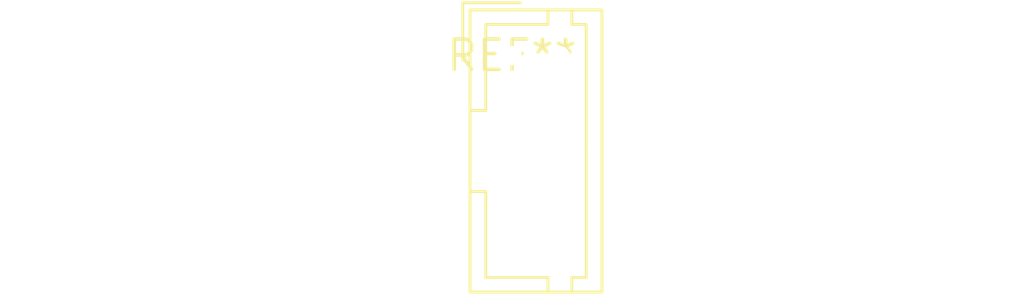
<source format=kicad_pcb>
(kicad_pcb (version 20240108) (generator pcbnew)
  (layers (0 "F.Cu" signal) (31 "B.Cu" signal) (34 "B.Paste" user) (35 "F.Paste" user) (36 "B.SilkS" user "B.Silkscreen") (37 "F.SilkS" user "F.Silkscreen") (38 "B.Mask" user) (39 "F.Mask" user) (44 "Edge.Cuts" user))
  (net 0 "")
  (footprint "JAE_LY20-10P-DT1_2x05_P2.00mm_Vertical" (layer "F.Cu") (at 0 0)
    (property "Reference" "REF**")
    (property "Value" "JAE_LY20-10P-DT1_2x05_P2.00mm_Vertical")
    (fp_line (start -2.06 -2.21) (end -2.06 0.2) (layer "F.SilkS") (stroke (width 0.12)))
    (fp_line (start -1.76 -1.91) (end -1.76 9.91) (layer "F.SilkS") (stroke (width 0.12)))
    (fp_line (start -1.76 9.91) (end 3.76 9.91) (layer "F.SilkS") (stroke (width 0.12)))
    (fp_line (start -1.1 -1.3) (end -1.1 2.3) (layer "F.SilkS") (stroke (width 0.12)))
    (fp_line (start -1.1 2.3) (end -1.76 2.3) (layer "F.SilkS") (stroke (width 0.12)))
    (fp_line (start -1.1 5.7) (end -1.76 5.7) (layer "F.SilkS") (stroke (width 0.12)))
    (fp_line (start -1.1 9.3) (end -1.1 5.7) (layer "F.SilkS") (stroke (width 0.12)))
    (fp_line (start 0.35 -2.21) (end -2.06 -2.21) (layer "F.SilkS") (stroke (width 0.12)))
    (fp_line (start 1.5 -1.91) (end 1.5 -1.3) (layer "F.SilkS") (stroke (width 0.12)))
    (fp_line (start 1.5 -1.3) (end -1.1 -1.3) (layer "F.SilkS") (stroke (width 0.12)))
    (fp_line (start 1.5 9.3) (end -1.1 9.3) (layer "F.SilkS") (stroke (width 0.12)))
    (fp_line (start 1.5 9.91) (end 1.5 9.3) (layer "F.SilkS") (stroke (width 0.12)))
    (fp_line (start 2.5 -1.91) (end 2.5 -1.3) (layer "F.SilkS") (stroke (width 0.12)))
    (fp_line (start 2.5 -1.3) (end 3.1 -1.3) (layer "F.SilkS") (stroke (width 0.12)))
    (fp_line (start 2.5 9.3) (end 3.1 9.3) (layer "F.SilkS") (stroke (width 0.12)))
    (fp_line (start 2.5 9.91) (end 2.5 9.3) (layer "F.SilkS") (stroke (width 0.12)))
    (fp_line (start 3.1 -1.3) (end 3.1 4) (layer "F.SilkS") (stroke (width 0.12)))
    (fp_line (start 3.1 9.3) (end 3.1 4) (layer "F.SilkS") (stroke (width 0.12)))
    (fp_line (start 3.76 -1.91) (end -1.76 -1.91) (layer "F.SilkS") (stroke (width 0.12)))
    (fp_line (start 3.76 9.91) (end 3.76 -1.91) (layer "F.SilkS") (stroke (width 0.12)))
    (pad "a1" thru_hole roundrect (at 0 0) (size 1.2 1.2) (drill 0.8) (layers *.Cu *.Mask) (remove_unused_layers) (roundrect_rratio 0.208333))
    (pad "a2" thru_hole circle (at 0 2) (size 1.2 1.2) (drill 0.8) (layers *.Cu *.Mask) (remove_unused_layers))
    (pad "a3" thru_hole circle (at 0 4) (size 1.2 1.2) (drill 0.8) (layers *.Cu *.Mask) (remove_unused_layers))
    (pad "a4" thru_hole circle (at 0 6) (size 1.2 1.2) (drill 0.8) (layers *.Cu *.Mask) (remove_unused_layers))
    (pad "a5" thru_hole circle (at 0 8) (size 1.2 1.2) (drill 0.8) (layers *.Cu *.Mask) (remove_unused_layers))
    (pad "b1" thru_hole circle (at 2 0) (size 1.2 1.2) (drill 0.8) (layers *.Cu *.Mask) (remove_unused_layers))
    (pad "b2" thru_hole circle (at 2 2) (size 1.2 1.2) (drill 0.8) (layers *.Cu *.Mask) (remove_unused_layers))
    (pad "b3" thru_hole circle (at 2 4) (size 1.2 1.2) (drill 0.8) (layers *.Cu *.Mask) (remove_unused_layers))
    (pad "b4" thru_hole circle (at 2 6) (size 1.2 1.2) (drill 0.8) (layers *.Cu *.Mask) (remove_unused_layers))
    (pad "b5" thru_hole circle (at 2 8) (size 1.2 1.2) (drill 0.8) (layers *.Cu *.Mask) (remove_unused_layers))
  )
)
</source>
